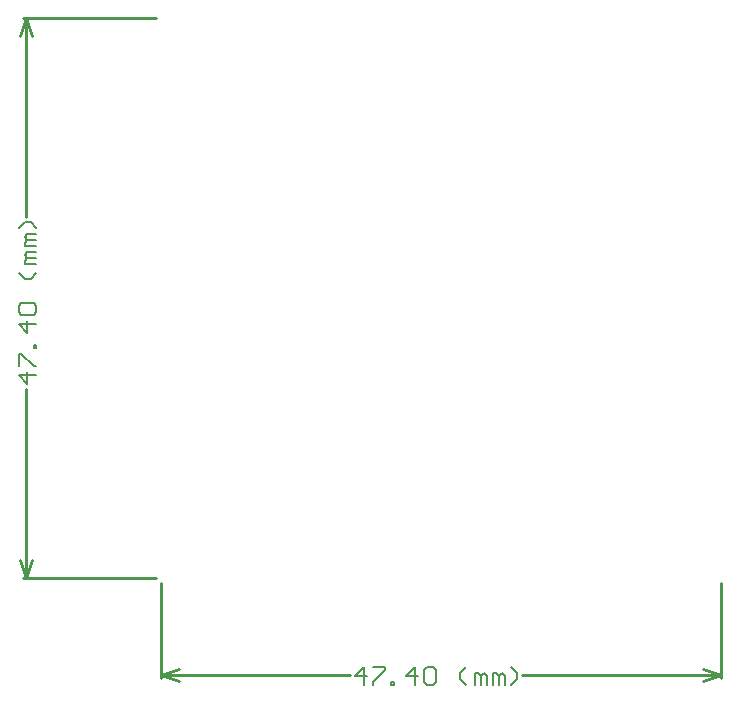
<source format=gbo>
%FSLAX42Y42*%
%MOMM*%
G71*
G01*
G75*
G04 Layer_Color=32896*
%ADD10R,1.00X1.10*%
%ADD11R,1.65X0.30*%
%ADD12R,1.10X1.00*%
%ADD13O,1.25X0.30*%
%ADD14O,0.55X1.65*%
%ADD15O,1.65X0.55*%
%ADD16R,2.15X0.40*%
%ADD17R,2.15X0.40*%
%ADD18R,4.00X10.00*%
%ADD19R,1.50X1.30*%
%ADD20O,1.80X0.60*%
%ADD21R,4.20X4.20*%
%ADD22C,0.20*%
%ADD23C,0.50*%
%ADD24C,0.40*%
%ADD25C,2.00*%
%ADD26C,0.48*%
%ADD27C,0.16*%
%ADD28C,1.00*%
%ADD29C,0.32*%
%ADD30C,0.80*%
%ADD31C,0.25*%
%ADD32C,0.15*%
%ADD33C,1.50*%
%ADD34C,1.50*%
%ADD35R,1.50X1.50*%
%ADD36C,3.81*%
%ADD37R,1.50X1.50*%
%ADD38R,1.35X1.35*%
%ADD39C,1.35*%
%ADD40R,1.35X1.35*%
%ADD41C,1.00*%
%ADD42C,0.25*%
%ADD43C,0.60*%
%ADD44C,0.20*%
D31*
X9950Y6909D02*
Y7710D01*
X5210Y6909D02*
Y7710D01*
X8266Y6934D02*
X9950D01*
X5210D02*
X6813D01*
X9798Y6985D02*
X9950Y6934D01*
X9798Y6883D02*
X9950Y6934D01*
X5210D02*
X5362Y6883D01*
X5210Y6934D02*
X5362Y6985D01*
X4039Y12490D02*
X5170D01*
X4039Y7750D02*
X5170D01*
X4064Y10806D02*
Y12490D01*
Y7750D02*
Y9353D01*
X4013Y12338D02*
X4064Y12490D01*
X4115Y12338D01*
X4064Y7750D02*
X4115Y7902D01*
X4013D02*
X4064Y7750D01*
D32*
X6930Y6843D02*
Y6995D01*
X6854Y6919D01*
X6955D01*
X7006Y6995D02*
X7108D01*
Y6970D01*
X7006Y6868D01*
Y6843D01*
X7158D02*
Y6868D01*
X7184D01*
Y6843D01*
X7158D01*
X7362D02*
Y6995D01*
X7285Y6919D01*
X7387D01*
X7438Y6970D02*
X7463Y6995D01*
X7514D01*
X7539Y6970D01*
Y6868D01*
X7514Y6843D01*
X7463D01*
X7438Y6868D01*
Y6970D01*
X7793Y6843D02*
X7742Y6894D01*
Y6944D01*
X7793Y6995D01*
X7869Y6843D02*
Y6944D01*
X7895D01*
X7920Y6919D01*
Y6843D01*
Y6919D01*
X7946Y6944D01*
X7971Y6919D01*
Y6843D01*
X8022D02*
Y6944D01*
X8047D01*
X8073Y6919D01*
Y6843D01*
Y6919D01*
X8098Y6944D01*
X8123Y6919D01*
Y6843D01*
X8174D02*
X8225Y6894D01*
Y6944D01*
X8174Y6995D01*
X4155Y9470D02*
X4003D01*
X4079Y9394D01*
Y9495D01*
X4003Y9546D02*
Y9648D01*
X4028D01*
X4130Y9546D01*
X4155D01*
Y9698D02*
X4130D01*
Y9724D01*
X4155D01*
Y9698D01*
Y9902D02*
X4003D01*
X4079Y9825D01*
Y9927D01*
X4028Y9978D02*
X4003Y10003D01*
Y10054D01*
X4028Y10079D01*
X4130D01*
X4155Y10054D01*
Y10003D01*
X4130Y9978D01*
X4028D01*
X4155Y10333D02*
X4105Y10282D01*
X4054D01*
X4003Y10333D01*
X4155Y10409D02*
X4054D01*
Y10435D01*
X4079Y10460D01*
X4155D01*
X4079D01*
X4054Y10486D01*
X4079Y10511D01*
X4155D01*
Y10562D02*
X4054D01*
Y10587D01*
X4079Y10613D01*
X4155D01*
X4079D01*
X4054Y10638D01*
X4079Y10663D01*
X4155D01*
Y10714D02*
X4105Y10765D01*
X4054D01*
X4003Y10714D01*
M02*

</source>
